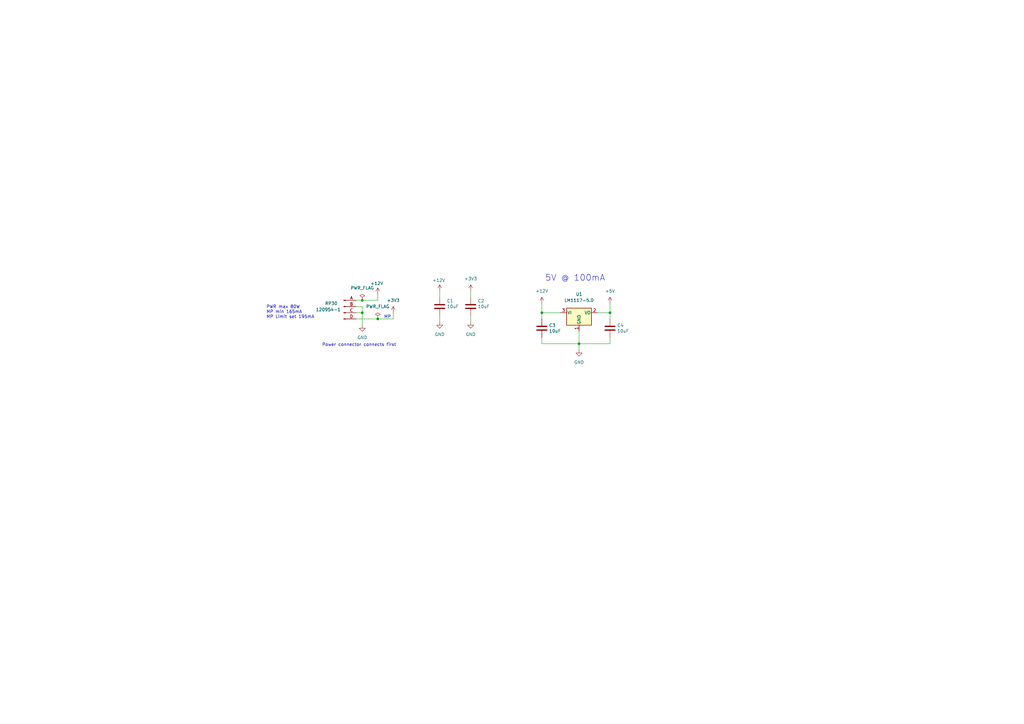
<source format=kicad_sch>
(kicad_sch (version 20211123) (generator eeschema)
  (paper "A3")
  (title_block (title "RTM_Template") (date "2022-09-07") (rev "1.0") (company "Karlsruhe Institute of Technology (KIT)") (comment 1 "Institute for Data Processing and Electronics (IPE)") (comment 2 "Carsten Schmerbeck") (comment 3 "Luis Ardila") (comment 4 "Licensed under CERN-OHL-P v2"))
  (lib_symbols
    (symbol "Device:C" (pin_numbers hide) (pin_names (offset 0.254))
      (property "Reference" "C" (at 0.635 2.54 0))
      (property "Value" "C" (at 0.635 -2.54 0))
      (symbol "C_0_1"
        (polyline (pts (xy -2.032 -0.762) (xy 2.032 -0.762)) (stroke (width 0.508)))
        (polyline (pts (xy -2.032 0.762) (xy 2.032 0.762)) (stroke (width 0.508)))
      )
      (symbol "C_1_1"
        (pin passive line (at 0 3.81 270) (length 2.794) (name "~") (number "1"))
        (pin passive line (at 0 -3.81 90) (length 2.794) (name "~") (number "2"))
      )
    )
    (symbol "KIT_Connector:120954-1" (pin_names (offset 1.016) hide)
      (property "Reference" "J" (at 0 5.08 0))
      (property "Value" "120954-1" (at 0 -7.62 0))
      (symbol "120954-1_1_1"
        (polyline (pts (xy 1.27 -5.08) (xy 0.8636 -5.08)) (stroke (width 0.1524)))
        (polyline (pts (xy 1.27 -2.54) (xy 0.8636 -2.54)) (stroke (width 0.1524)))
        (polyline (pts (xy 1.27 0) (xy 0.8636 0)) (stroke (width 0.1524)))
        (polyline (pts (xy 1.27 2.54) (xy 0.8636 2.54)) (stroke (width 0.1524)))
        (rectangle (start 0.8636 -4.953) (end 0 -5.207) (stroke (width 0.1524)) (fill (type outline)))
        (rectangle (start 0.8636 -2.413) (end 0 -2.667) (stroke (width 0.1524)) (fill (type outline)))
        (rectangle (start 0.8636 0.127) (end 0 -0.127) (stroke (width 0.1524)) (fill (type outline)))
        (rectangle (start 0.8636 2.667) (end 0 2.413) (stroke (width 0.1524)) (fill (type outline)))
        (pin passive line (at 5.08 2.54 180) (length 3.81) (name "A") (number "A"))
        (pin passive line (at 5.08 0 180) (length 3.81) (name "B") (number "B"))
        (pin passive line (at 5.08 -2.54 180) (length 3.81) (name "C") (number "C"))
        (pin passive line (at 5.08 -5.08 180) (length 3.81) (name "D") (number "D"))
      )
    )
    (symbol "Regulator_Linear:LM1117-5.0" (pin_names (offset 0.254))
      (property "Reference" "U" (at -3.81 3.175 0))
      (property "Value" "LM1117-5.0" (at 0 3.175 0))
      (symbol "LM1117-5.0_0_1"
        (rectangle (start -5.08 -5.08) (end 5.08 1.905) (stroke (width 0.254)) (fill (type background)))
      )
      (symbol "LM1117-5.0_1_1"
        (pin power_in line (at 0 -7.62 90) (length 2.54) (name "GND") (number "1"))
        (pin power_out line (at 7.62 0 180) (length 2.54) (name "VO") (number "2"))
        (pin power_in line (at -7.62 0 0) (length 2.54) (name "VI") (number "3"))
      )
    )
    (symbol "power:+12V" (power) (pin_names (offset 0))
      (property "Value" "+12V" (at 0 3.556 0))
      (symbol "+12V_0_1"
        (polyline (pts (xy -0.762 1.27) (xy 0 2.54)))
        (polyline (pts (xy 0 0) (xy 0 2.54)))
        (polyline (pts (xy 0 2.54) (xy 0.762 1.27)))
      )
      (symbol "+12V_1_1"
        (pin power_in line (at 0 0 90) (length 0) hide (name "+12V") (number "1"))
      )
    )
    (symbol "power:+3V3" (power) (pin_names (offset 0))
      (property "Value" "+3V3" (at 0 3.556 0))
      (symbol "+3V3_0_1"
        (polyline (pts (xy -0.762 1.27) (xy 0 2.54)))
        (polyline (pts (xy 0 0) (xy 0 2.54)))
        (polyline (pts (xy 0 2.54) (xy 0.762 1.27)))
      )
      (symbol "+3V3_1_1"
        (pin power_in line (at 0 0 90) (length 0) hide (name "+3V3") (number "1"))
      )
    )
    (symbol "power:+5V" (power) (pin_names (offset 0))
      (property "Value" "+5V" (at 0 3.556 0))
      (symbol "+5V_0_1"
        (polyline (pts (xy -0.762 1.27) (xy 0 2.54)))
        (polyline (pts (xy 0 0) (xy 0 2.54)))
        (polyline (pts (xy 0 2.54) (xy 0.762 1.27)))
      )
      (symbol "+5V_1_1"
        (pin power_in line (at 0 0 90) (length 0) hide (name "+5V") (number "1"))
      )
    )
    (symbol "power:GND" (power) (pin_names (offset 0))
      (property "Value" "GND" (at 0 -3.81 0))
      (symbol "GND_0_1"
        (polyline (pts (xy 0 0) (xy 0 -1.27) (xy 1.27 -1.27) (xy 0 -2.54) (xy -1.27 -1.27) (xy 0 -1.27)))
      )
      (symbol "GND_1_1"
        (pin power_in line (at 0 0 270) (length 0) hide (name "GND") (number "1"))
      )
    )
    (symbol "power:PWR_FLAG" (power) (pin_numbers hide) (pin_names (offset 0) hide)
      (property "Value" "PWR_FLAG" (at 0 3.81 0))
      (symbol "PWR_FLAG_0_0"
        (pin power_out line (at 0 0 90) (length 0) (name "pwr") (number "1"))
      )
      (symbol "PWR_FLAG_0_1"
        (polyline (pts (xy 0 0) (xy 0 1.27) (xy -1.016 1.905) (xy 0 2.54) (xy 1.016 1.905) (xy 0 1.27)))
      )
    )
  )
  (junction (at 222.25 128.27))
  (junction (at 148.59 123.19))
  (junction (at 237.49 140.97))
  (junction (at 148.59 128.27))
  (junction (at 154.94 130.81))
  (junction (at 250.19 128.27))
  (wire (pts (xy 222.25 124.46) (xy 222.25 128.27)))
  (wire (pts (xy 250.19 138.43) (xy 250.19 140.97)))
  (wire (pts (xy 148.59 128.27) (xy 148.59 125.73)))
  (wire (pts (xy 245.11 128.27) (xy 250.19 128.27)))
  (wire (pts (xy 237.49 140.97) (xy 237.49 143.51)))
  (wire (pts (xy 154.94 120.65) (xy 154.94 123.19)))
  (wire (pts (xy 193.04 119.38) (xy 193.04 121.92)))
  (wire (pts (xy 146.05 130.81) (xy 154.94 130.81)))
  (wire (pts (xy 250.19 140.97) (xy 237.49 140.97)))
  (wire (pts (xy 237.49 135.89) (xy 237.49 140.97)))
  (wire (pts (xy 146.05 123.19) (xy 148.59 123.19)))
  (wire (pts (xy 250.19 124.46) (xy 250.19 128.27)))
  (wire (pts (xy 250.19 128.27) (xy 250.19 130.81)))
  (wire (pts (xy 161.29 128.27) (xy 161.29 130.81)))
  (wire (pts (xy 146.05 128.27) (xy 148.59 128.27)))
  (wire (pts (xy 222.25 140.97) (xy 237.49 140.97)))
  (wire (pts (xy 148.59 123.19) (xy 154.94 123.19)))
  (wire (pts (xy 193.04 129.54) (xy 193.04 132.08)))
  (wire (pts (xy 154.94 130.81) (xy 161.29 130.81)))
  (wire (pts (xy 222.25 128.27) (xy 222.25 130.81)))
  (wire (pts (xy 180.34 119.38) (xy 180.34 121.92)))
  (wire (pts (xy 180.34 129.54) (xy 180.34 132.08)))
  (wire (pts (xy 148.59 133.35) (xy 148.59 128.27)))
  (wire (pts (xy 222.25 138.43) (xy 222.25 140.97)))
  (wire (pts (xy 148.59 125.73) (xy 146.05 125.73)))
  (wire (pts (xy 222.25 128.27) (xy 229.87 128.27)))
  (text "Power connector connects first\n" (at 132.08 142.24 0) (effects (font (size 1.27 1.27)) (justify left bottom)))
  (text "PWR max 80W\nMP min 165mA\nMP Limit set 195mA" (at 109.22 130.81 0) (effects (font (size 1.27 1.27)) (justify left bottom)))
  (text "5V @ 100mA" (at 223.52 115.57 0) (effects (font (size 2.54 2.54)) (justify left bottom)))
  (text "MP" (at 157.48 130.81 0) (effects (font (size 1.27 1.27)) (justify left bottom)))
  (symbol (lib_id "power:GND") (at 148.59 133.35 0) (mirror y) (unit 1)
    (property "Reference" "#PWR02" (effects hide))
    (property "Value" "GND" (at 148.59 138.43 0))
  )
  (symbol (lib_id "Device:C") (at 222.25 134.62 0) (unit 1)
    (property "Reference" "C3" (at 225.171 133.4516 0) (effects (justify left)))
    (property "Value" "10uF" (at 225.171 135.763 0) (effects (justify left)))
    (property "Footprint" "Capacitor_SMD:C_1210_3225Metric" (effects hide))
    (property "stock" "AVT-IPE" (effects hide))
    (property "digikey#" "445-3942-1-ND" (effects hide))
    (property "manf" "TDK Corporation" (effects hide))
    (property "manf#" "C3225X7R1E106K250AC" (effects hide))
  )
  (symbol (lib_id "power:+3V3") (at 193.04 119.38 0) (mirror y) (unit 1)
    (property "Reference" "#PWR06" (effects hide))
    (property "Value" "+3V3" (at 193.04 114.3 0))
  )
  (symbol (lib_id "power:GND") (at 180.34 132.08 0) (mirror y) (unit 1)
    (property "Reference" "#PWR05" (effects hide))
    (property "Value" "GND" (at 180.34 137.16 0))
  )
  (symbol (lib_id "power:+5V") (at 250.19 124.46 0) (unit 1)
    (property "Reference" "#PWR010" (effects hide))
    (property "Value" "+5V" (at 250.19 119.38 0))
  )
  (symbol (lib_id "power:+12V") (at 154.94 120.65 0) (mirror y) (unit 1)
    (property "Reference" "#PWR01" (effects hide))
    (property "Value" "+12V" (at 154.559 116.2558 0))
  )
  (symbol (lib_id "Device:C") (at 193.04 125.73 0) (unit 1)
    (property "Reference" "C2" (at 195.961 123.4186 0) (effects (justify left)))
    (property "Value" "10uF" (at 195.961 125.73 0) (effects (justify left)))
    (property "Footprint" "Capacitor_SMD:C_1210_3225Metric" (effects hide))
    (property "manf" "TDK Corporation" (effects hide))
    (property "manf#" "C3225X7R1E106K250AC" (effects hide))
    (property "digikey#" "445-3942-1-ND" (effects hide))
    (property "stock" "AVT-IPE" (effects hide))
  )
  (symbol (lib_id "power:+3V3") (at 161.29 128.27 0) (mirror y) (unit 1)
    (property "Reference" "#PWR03" (effects hide))
    (property "Value" "+3V3" (at 161.29 123.19 0))
  )
  (symbol (lib_id "power:PWR_FLAG") (at 148.59 123.19 0) (unit 1)
    (property "Reference" "#FLG01" (effects hide))
    (property "Value" "PWR_FLAG" (at 148.59 118.11 0))
  )
  (symbol (lib_id "KIT_Connector:120954-1") (at 140.97 125.73 0) (unit 1)
    (property "Reference" "RP30" (at 135.89 124.46 0))
    (property "Value" "120954-1" (at 134.62 127 0))
    (property "Footprint" "KIT_Connector:120954-1" (effects hide))
    (property "Datasheet" "https://www.te.com/commerce/DocumentDelivery/DDEController?Action=showdoc&DocId=Customer+Drawing%7F120954%7FF1%7Fpdf%7FEnglish%7FENG_CD_120954_F1.pdf%7F120954-1" (effects hide))
    (property "digikey#" "A101829-ND" (effects hide))
    (property "manf" "TE Connectivity" (effects hide))
    (property "manf#" "120954-1" (effects hide))
    (property "mouser#" "571-120954-1" (effects hide))
  )
  (symbol (lib_id "Device:C") (at 180.34 125.73 0) (unit 1)
    (property "Reference" "C1" (at 183.261 123.4186 0) (effects (justify left)))
    (property "Value" "10uF" (at 183.261 125.73 0) (effects (justify left)))
    (property "Footprint" "Capacitor_SMD:C_1210_3225Metric" (effects hide))
    (property "manf" "TDK Corporation" (effects hide))
    (property "manf#" "C3225X7R1E106K250AC" (effects hide))
    (property "digikey#" "445-3942-1-ND" (effects hide))
    (property "stock" "AVT-IPE" (effects hide))
  )
  (symbol (lib_id "power:+12V") (at 180.34 119.38 0) (mirror y) (unit 1)
    (property "Reference" "#PWR04" (effects hide))
    (property "Value" "+12V" (at 179.959 114.9858 0))
  )
  (symbol (lib_id "power:PWR_FLAG") (at 154.94 130.81 0) (unit 1)
    (property "Reference" "#FLG02" (effects hide))
    (property "Value" "PWR_FLAG" (at 154.94 125.73 0))
  )
  (symbol (lib_id "power:+12V") (at 222.25 124.46 0) (unit 1)
    (property "Reference" "#PWR08" (effects hide))
    (property "Value" "+12V" (at 222.25 119.38 0))
  )
  (symbol (lib_id "power:GND") (at 237.49 143.51 0) (unit 1)
    (property "Reference" "#PWR09" (effects hide))
    (property "Value" "GND" (at 237.49 148.59 0))
  )
  (symbol (lib_id "power:GND") (at 193.04 132.08 0) (mirror y) (unit 1)
    (property "Reference" "#PWR07" (effects hide))
    (property "Value" "GND" (at 193.04 137.16 0))
  )
  (symbol (lib_id "Regulator_Linear:LM1117-5.0") (at 237.49 128.27 0) (unit 1)
    (property "Reference" "U1" (at 237.49 120.65 0))
    (property "Value" "LM1117-5.0" (at 237.49 123.19 0))
    (property "Footprint" "Package_TO_SOT_SMD:SOT-223-3_TabPin2" (effects hide))
    (property "Datasheet" "http://www.ti.com/lit/ds/symlink/lm1117.pdf" (effects hide))
    (property "digikey#" "488-LM1117MPX-50NOPBCT-ND" (effects hide))
    (property "mouser#" "863-LM1117MPX-50NOPB" (effects hide))
    (property "manf" "Onsemi" (effects hide))
    (property "manf#" "LM1117MPX-50NOPB" (effects hide))
  )
  (symbol (lib_id "Device:C") (at 250.19 134.62 0) (unit 1)
    (property "Reference" "C4" (at 253.111 133.4516 0) (effects (justify left)))
    (property "Value" "10uF" (at 253.111 135.763 0) (effects (justify left)))
    (property "Footprint" "Capacitor_SMD:C_1210_3225Metric" (effects hide))
    (property "stock" "AVT-IPE" (effects hide))
    (property "digikey#" "445-3942-1-ND" (effects hide))
    (property "manf" "TDK Corporation" (effects hide))
    (property "manf#" "C3225X7R1E106K250AC" (effects hide))
  )
)
</source>
